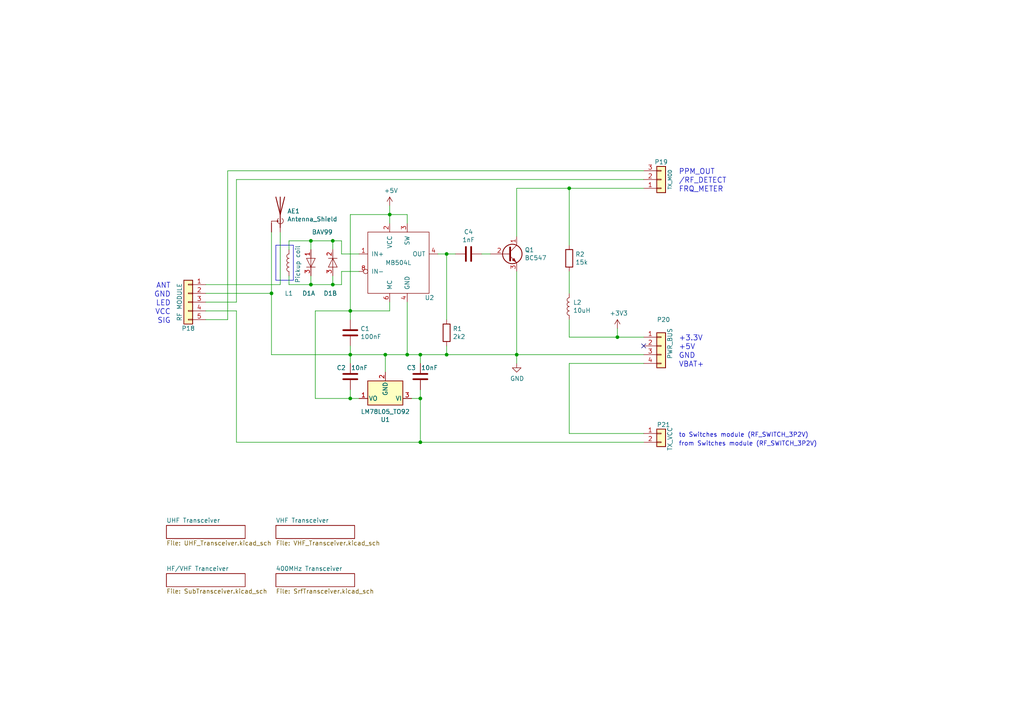
<source format=kicad_sch>
(kicad_sch (version 20230121) (generator eeschema)
  (paper "A4")
  (title_block (title "TX connector and frequency probe") (date "2020-04-15"))
  (lib_symbols
    (symbol "MB504L:MB504L" (pin_names (offset 1.016))
      (property "Reference" "U" (at 10.16 -10.16 0))
      (property "Value" "MB504L" (at 0 0 0))
      (symbol "MB504L_0_1"
        (rectangle (start -8.89 8.89) (end 8.89 -8.89))
      )
      (symbol "MB504L_1_1"
        (pin input line (at -11.43 2.54 0) (length 2.54) (name "IN+") (number "1"))
        (pin power_in line (at -2.54 11.43 270) (length 2.54) (name "VCC") (number "2"))
        (pin input line (at 2.54 11.43 270) (length 2.54) (name "SW") (number "3"))
        (pin power_in line (at 2.54 -11.43 90) (length 2.54) (name "GND") (number "4"))
        (pin output line (at 11.43 2.54 180) (length 2.54) (name "OUT") (number "4"))
        (pin input line (at -2.54 -11.43 90) (length 2.54) (name "MC") (number "6"))
        (pin no_connect line (at 11.43 -2.54 180) (length 2.54) hide (name "NC") (number "7"))
        (pin input inverted (at -11.43 -2.54 0) (length 2.54) (name "IN-") (number "8"))
      )
    )
    (symbol "RCTX-rescue:+3.3V-power" (power) (pin_names (offset 0))
      (property "Value" "+3.3V-power" (at 0 3.556 0))
      (symbol "+3.3V-power_0_1"
        (polyline (pts (xy -0.762 1.27) (xy 0 2.54)))
        (polyline (pts (xy 0 0) (xy 0 2.54)))
        (polyline (pts (xy 0 2.54) (xy 0.762 1.27)))
      )
      (symbol "+3.3V-power_1_1"
        (pin power_in line (at 0 0 90) (length 0) hide (name "+3V3") (number "1"))
      )
    )
    (symbol "RCTX-rescue:+5V-power" (power) (pin_names (offset 0))
      (property "Value" "+5V-power" (at 0 3.556 0))
      (symbol "+5V-power_0_1"
        (polyline (pts (xy -0.762 1.27) (xy 0 2.54)))
        (polyline (pts (xy 0 0) (xy 0 2.54)))
        (polyline (pts (xy 0 2.54) (xy 0.762 1.27)))
      )
      (symbol "+5V-power_1_1"
        (pin power_in line (at 0 0 90) (length 0) hide (name "+5V") (number "1"))
      )
    )
    (symbol "RCTX-rescue:Antenna_Shield-device" (pin_numbers hide) (pin_names (offset 1.016) hide)
      (property "Reference" "AE" (at -1.905 4.445 0))
      (property "Value" "Antenna_Shield-device" (at -1.905 2.54 0))
      (symbol "Antenna_Shield-device_0_1"
        (arc (start -0.508 -1.143) (mid -0.8429 -2.1194) (end 0 -2.667))
        (arc (start 0 -2.667) (mid 0.7989 -2.1052) (end 0.508 -1.143))
        (polyline (pts (xy 0 -2.54) (xy 0 0)))
        (polyline (pts (xy 0 5.08) (xy 0 -3.81)) (stroke (width 0.254)))
        (polyline (pts (xy 0.762 -1.905) (xy 2.54 -1.905)))
        (polyline (pts (xy 2.54 -2.54) (xy 2.54 -1.905)))
        (polyline (pts (xy 1.27 5.08) (xy 0 0) (xy -1.27 5.08)) (stroke (width 0.254)))
        (circle (center 0.762 -1.905) (radius 0.1778) (fill (type outline)))
      )
      (symbol "Antenna_Shield-device_1_1"
        (pin input line (at 0 -5.08 90) (length 2.54) (name "A") (number "1"))
        (pin input line (at 2.54 -5.08 90) (length 2.54) (name "Shield") (number "2"))
      )
    )
    (symbol "RCTX-rescue:BAV99-diode" (pin_names (offset 1.016) hide)
      (property "Reference" "D" (at 0 2.54 0))
      (property "Value" "BAV99-diode" (at 0 -2.54 0))
      (symbol "BAV99-diode_0_1"
        (polyline (pts (xy -1.27 1.27) (xy -1.27 -1.27)) (stroke (width 0.1524)))
        (polyline (pts (xy 1.27 0) (xy -1.27 0)))
        (polyline (pts (xy 1.27 1.27) (xy 1.27 -1.27)))
        (polyline (pts (xy 1.27 1.27) (xy -1.27 0) (xy 1.27 -1.27)))
      )
      (symbol "BAV99-diode_1_1"
        (pin passive line (at 3.81 0 180) (length 2.54) (name "A") (number "1"))
        (pin passive line (at -3.81 0 0) (length 2.54) (name "K") (number "3"))
      )
      (symbol "BAV99-diode_2_1"
        (pin passive line (at -3.81 0 0) (length 2.54) (name "K") (number "2"))
        (pin passive line (at 3.81 0 180) (length 2.54) (name "A") (number "3"))
      )
    )
    (symbol "RCTX-rescue:BC547-transistors" (pin_names (offset 0) hide)
      (property "Reference" "Q" (at 5.08 1.905 0))
      (property "Value" "BC547-transistors" (at 5.08 0 0))
      (symbol "BC547-transistors_0_1"
        (polyline (pts (xy 0 0) (xy 0.635 0)))
        (polyline (pts (xy 0.635 0.635) (xy 2.54 2.54)))
        (polyline (pts (xy 0.635 -0.635) (xy 2.54 -2.54) (xy 2.54 -2.54)))
        (polyline (pts (xy 0.635 1.905) (xy 0.635 -1.905) (xy 0.635 -1.905)) (stroke (width 0.508)))
        (polyline (pts (xy 1.27 -1.778) (xy 1.778 -1.27) (xy 2.286 -2.286) (xy 1.27 -1.778) (xy 1.27 -1.778)) (fill (type outline)))
        (circle (center 1.27 0) (radius 2.8194) (stroke (width 0.254)))
      )
      (symbol "BC547-transistors_1_1"
        (pin passive line (at 2.54 5.08 270) (length 2.54) (name "C") (number "1"))
        (pin input line (at -5.08 0 0) (length 5.08) (name "B") (number "2"))
        (pin passive line (at 2.54 -5.08 90) (length 2.54) (name "E") (number "3"))
      )
    )
    (symbol "RCTX-rescue:C-device" (pin_numbers hide) (pin_names (offset 0.254))
      (property "Reference" "C" (at 0.635 2.54 0))
      (property "Value" "device_C" (at 0.635 -2.54 0))
      (symbol "C-device_0_1"
        (polyline (pts (xy -2.032 -0.762) (xy 2.032 -0.762)) (stroke (width 0.508)))
        (polyline (pts (xy -2.032 0.762) (xy 2.032 0.762)) (stroke (width 0.508)))
      )
      (symbol "C-device_1_1"
        (pin passive line (at 0 3.81 270) (length 2.794) (name "~") (number "1"))
        (pin passive line (at 0 -3.81 90) (length 2.794) (name "~") (number "2"))
      )
    )
    (symbol "RCTX-rescue:Conn_01x02-conn" (pin_names (offset 1.016) hide)
      (property "Reference" "J" (at 0 2.54 0))
      (property "Value" "Conn_01x02-conn" (at 0 -5.08 0))
      (symbol "Conn_01x02-conn_1_1"
        (rectangle (start -1.27 -2.413) (end 0 -2.667) (stroke (width 0.1524)))
        (rectangle (start -1.27 0.127) (end 0 -0.127) (stroke (width 0.1524)))
        (rectangle (start -1.27 1.27) (end 1.27 -3.81) (stroke (width 0.254)) (fill (type background)))
        (pin passive line (at -5.08 0 0) (length 3.81) (name "Pin_1") (number "1"))
        (pin passive line (at -5.08 -2.54 0) (length 3.81) (name "Pin_2") (number "2"))
      )
    )
    (symbol "RCTX-rescue:Conn_01x03-conn" (pin_names (offset 1.016) hide)
      (property "Reference" "J" (at 0 5.08 0))
      (property "Value" "Conn_01x03-conn" (at 0 -5.08 0))
      (symbol "Conn_01x03-conn_1_1"
        (rectangle (start -1.27 -2.413) (end 0 -2.667) (stroke (width 0.1524)))
        (rectangle (start -1.27 0.127) (end 0 -0.127) (stroke (width 0.1524)))
        (rectangle (start -1.27 2.667) (end 0 2.413) (stroke (width 0.1524)))
        (rectangle (start -1.27 3.81) (end 1.27 -3.81) (stroke (width 0.254)) (fill (type background)))
        (pin passive line (at -5.08 2.54 0) (length 3.81) (name "Pin_1") (number "1"))
        (pin passive line (at -5.08 0 0) (length 3.81) (name "Pin_2") (number "2"))
        (pin passive line (at -5.08 -2.54 0) (length 3.81) (name "Pin_3") (number "3"))
      )
    )
    (symbol "RCTX-rescue:Conn_01x04-conn" (pin_names (offset 1.016) hide)
      (property "Reference" "J" (at 0 5.08 0))
      (property "Value" "Conn_01x04-conn" (at 0 -7.62 0))
      (symbol "Conn_01x04-conn_1_1"
        (rectangle (start -1.27 -4.953) (end 0 -5.207) (stroke (width 0.1524)))
        (rectangle (start -1.27 -2.413) (end 0 -2.667) (stroke (width 0.1524)))
        (rectangle (start -1.27 0.127) (end 0 -0.127) (stroke (width 0.1524)))
        (rectangle (start -1.27 2.667) (end 0 2.413) (stroke (width 0.1524)))
        (rectangle (start -1.27 3.81) (end 1.27 -6.35) (stroke (width 0.254)) (fill (type background)))
        (pin passive line (at -5.08 2.54 0) (length 3.81) (name "Pin_1") (number "1"))
        (pin passive line (at -5.08 0 0) (length 3.81) (name "Pin_2") (number "2"))
        (pin passive line (at -5.08 -2.54 0) (length 3.81) (name "Pin_3") (number "3"))
        (pin passive line (at -5.08 -5.08 0) (length 3.81) (name "Pin_4") (number "4"))
      )
    )
    (symbol "RCTX-rescue:Conn_01x05-conn" (pin_names (offset 1.016) hide)
      (property "Reference" "J" (at 0 7.62 0))
      (property "Value" "Conn_01x05-conn" (at 0 -7.62 0))
      (symbol "Conn_01x05-conn_1_1"
        (rectangle (start -1.27 -4.953) (end 0 -5.207) (stroke (width 0.1524)))
        (rectangle (start -1.27 -2.413) (end 0 -2.667) (stroke (width 0.1524)))
        (rectangle (start -1.27 0.127) (end 0 -0.127) (stroke (width 0.1524)))
        (rectangle (start -1.27 2.667) (end 0 2.413) (stroke (width 0.1524)))
        (rectangle (start -1.27 5.207) (end 0 4.953) (stroke (width 0.1524)))
        (rectangle (start -1.27 6.35) (end 1.27 -6.35) (stroke (width 0.254)) (fill (type background)))
        (pin passive line (at -5.08 5.08 0) (length 3.81) (name "Pin_1") (number "1"))
        (pin passive line (at -5.08 2.54 0) (length 3.81) (name "Pin_2") (number "2"))
        (pin passive line (at -5.08 0 0) (length 3.81) (name "Pin_3") (number "3"))
        (pin passive line (at -5.08 -2.54 0) (length 3.81) (name "Pin_4") (number "4"))
        (pin passive line (at -5.08 -5.08 0) (length 3.81) (name "Pin_5") (number "5"))
      )
    )
    (symbol "RCTX-rescue:GND-power" (power) (pin_names (offset 0))
      (property "Value" "GND-power" (at 0 -3.81 0))
      (symbol "GND-power_0_1"
        (polyline (pts (xy 0 0) (xy 0 -1.27) (xy 1.27 -1.27) (xy 0 -2.54) (xy -1.27 -1.27) (xy 0 -1.27)))
      )
      (symbol "GND-power_1_1"
        (pin power_in line (at 0 0 270) (length 0) hide (name "GND") (number "1"))
      )
    )
    (symbol "RCTX-rescue:L-device" (pin_numbers hide) (pin_names (offset 1.016) hide)
      (property "Reference" "L" (at -1.27 0 90))
      (property "Value" "device_L" (at 1.905 0 90))
      (symbol "L-device_0_1"
        (arc (start 0 -2.54) (mid 0.6323 -1.905) (end 0 -1.27))
        (arc (start 0 -1.27) (mid 0.6323 -0.635) (end 0 0))
        (arc (start 0 0) (mid 0.6323 0.635) (end 0 1.27))
        (arc (start 0 1.27) (mid 0.6323 1.905) (end 0 2.54))
      )
      (symbol "L-device_1_1"
        (pin passive line (at 0 3.81 270) (length 1.27) (name "1") (number "1"))
        (pin passive line (at 0 -3.81 90) (length 1.27) (name "2") (number "2"))
      )
    )
    (symbol "RCTX-rescue:LM78L05_TO92-regul" (pin_names (offset 0.254))
      (property "Reference" "U" (at -3.81 3.175 0))
      (property "Value" "LM78L05_TO92-regul" (at 0 3.175 0))
      (symbol "LM78L05_TO92-regul_0_1"
        (rectangle (start -5.08 -5.08) (end 5.08 1.905) (stroke (width 0.254)) (fill (type background)))
      )
      (symbol "LM78L05_TO92-regul_1_1"
        (pin power_out line (at 7.62 0 180) (length 2.54) (name "VO") (number "1"))
        (pin power_in line (at 0 -7.62 90) (length 2.54) (name "GND") (number "2"))
        (pin power_in line (at -7.62 0 0) (length 2.54) (name "VI") (number "3"))
      )
    )
    (symbol "RCTX-rescue:R-device" (pin_numbers hide) (pin_names (offset 0))
      (property "Reference" "R" (at 2.032 0 90))
      (property "Value" "device_R" (at 0 0 90))
      (symbol "R-device_0_1"
        (rectangle (start -1.016 -2.54) (end 1.016 2.54) (stroke (width 0.254)))
      )
      (symbol "R-device_1_1"
        (pin passive line (at 0 3.81 270) (length 1.27) (name "~") (number "1"))
        (pin passive line (at 0 -3.81 90) (length 1.27) (name "~") (number "2"))
      )
    )
  )
  (junction (at 113.03 62.23))
  (junction (at 129.54 73.66))
  (junction (at 90.17 82.55))
  (junction (at 96.52 82.55))
  (junction (at 101.6 102.87))
  (junction (at 129.54 102.87))
  (junction (at 121.92 102.87))
  (junction (at 101.6 90.17))
  (junction (at 90.17 69.85))
  (junction (at 179.07 97.79))
  (junction (at 149.86 102.87))
  (junction (at 111.76 102.87))
  (junction (at 101.6 115.57))
  (junction (at 118.11 102.87))
  (junction (at 78.74 85.09))
  (junction (at 165.1 54.61))
  (junction (at 96.52 69.85))
  (junction (at 121.92 128.27))
  (junction (at 121.92 115.57))
  (no_connect (at 186.69 100.33))
  (polyline (pts (xy 85.09 71.12) (xy 85.09 81.28)))
  (wire (pts (xy 90.17 69.85) (xy 90.17 72.39)))
  (wire (pts (xy 66.04 49.53) (xy 186.69 49.53)))
  (wire (pts (xy 186.69 97.79) (xy 179.07 97.79)))
  (wire (pts (xy 83.82 69.85) (xy 90.17 69.85)))
  (wire (pts (xy 68.58 128.27) (xy 121.92 128.27)))
  (wire (pts (xy 129.54 73.66) (xy 129.54 92.71)))
  (wire (pts (xy 104.14 73.66) (xy 99.06 73.66)))
  (wire (pts (xy 59.69 90.17) (xy 68.58 90.17)))
  (wire (pts (xy 59.69 92.71) (xy 66.04 92.71)))
  (wire (pts (xy 113.03 64.77) (xy 113.03 62.23)))
  (wire (pts (xy 179.07 97.79) (xy 165.1 97.79)))
  (wire (pts (xy 101.6 90.17) (xy 113.03 90.17)))
  (wire (pts (xy 113.03 62.23) (xy 101.6 62.23)))
  (wire (pts (xy 96.52 82.55) (xy 96.52 80.01)))
  (wire (pts (xy 101.6 115.57) (xy 101.6 113.03)))
  (wire (pts (xy 121.92 102.87) (xy 118.11 102.87)))
  (wire (pts (xy 149.86 54.61) (xy 165.1 54.61)))
  (wire (pts (xy 127 73.66) (xy 129.54 73.66)))
  (wire (pts (xy 104.14 115.57) (xy 101.6 115.57)))
  (wire (pts (xy 111.76 107.95) (xy 111.76 102.87)))
  (wire (pts (xy 104.14 78.74) (xy 99.06 78.74)))
  (wire (pts (xy 90.17 82.55) (xy 90.17 80.01)))
  (wire (pts (xy 165.1 54.61) (xy 186.69 54.61)))
  (wire (pts (xy 165.1 97.79) (xy 165.1 92.71)))
  (wire (pts (xy 101.6 62.23) (xy 101.6 90.17)))
  (wire (pts (xy 99.06 73.66) (xy 99.06 69.85)))
  (wire (pts (xy 81.28 82.55) (xy 81.28 67.31)))
  (wire (pts (xy 59.69 87.63) (xy 68.58 87.63)))
  (wire (pts (xy 99.06 78.74) (xy 99.06 82.55)))
  (wire (pts (xy 165.1 105.41) (xy 186.69 105.41)))
  (wire (pts (xy 118.11 87.63) (xy 118.11 102.87)))
  (wire (pts (xy 83.82 82.55) (xy 90.17 82.55)))
  (wire (pts (xy 129.54 73.66) (xy 132.08 73.66)))
  (wire (pts (xy 179.07 95.25) (xy 179.07 97.79)))
  (wire (pts (xy 121.92 128.27) (xy 186.69 128.27)))
  (wire (pts (xy 119.38 115.57) (xy 121.92 115.57)))
  (polyline (pts (xy 80.01 71.12) (xy 85.09 71.12)))
  (wire (pts (xy 113.03 90.17) (xy 113.03 87.63)))
  (wire (pts (xy 149.86 78.74) (xy 149.86 102.87)))
  (wire (pts (xy 165.1 71.12) (xy 165.1 54.61)))
  (wire (pts (xy 111.76 102.87) (xy 101.6 102.87)))
  (wire (pts (xy 129.54 102.87) (xy 121.92 102.87)))
  (wire (pts (xy 59.69 82.55) (xy 81.28 82.55)))
  (wire (pts (xy 149.86 105.41) (xy 149.86 102.87)))
  (wire (pts (xy 165.1 105.41) (xy 165.1 125.73)))
  (wire (pts (xy 101.6 115.57) (xy 91.44 115.57)))
  (wire (pts (xy 99.06 69.85) (xy 96.52 69.85)))
  (wire (pts (xy 118.11 102.87) (xy 111.76 102.87)))
  (wire (pts (xy 121.92 115.57) (xy 121.92 113.03)))
  (wire (pts (xy 118.11 64.77) (xy 118.11 62.23)))
  (wire (pts (xy 101.6 105.41) (xy 101.6 102.87)))
  (wire (pts (xy 68.58 52.07) (xy 186.69 52.07)))
  (wire (pts (xy 149.86 102.87) (xy 129.54 102.87)))
  (wire (pts (xy 149.86 102.87) (xy 186.69 102.87)))
  (wire (pts (xy 91.44 90.17) (xy 101.6 90.17)))
  (wire (pts (xy 96.52 69.85) (xy 96.52 72.39)))
  (wire (pts (xy 68.58 87.63) (xy 68.58 52.07)))
  (wire (pts (xy 101.6 90.17) (xy 101.6 92.71)))
  (wire (pts (xy 113.03 59.69) (xy 113.03 62.23)))
  (wire (pts (xy 78.74 85.09) (xy 78.74 102.87)))
  (wire (pts (xy 66.04 92.71) (xy 66.04 49.53)))
  (wire (pts (xy 99.06 82.55) (xy 96.52 82.55)))
  (wire (pts (xy 96.52 82.55) (xy 90.17 82.55)))
  (wire (pts (xy 121.92 115.57) (xy 121.92 128.27)))
  (wire (pts (xy 149.86 54.61) (xy 149.86 68.58)))
  (wire (pts (xy 59.69 85.09) (xy 78.74 85.09)))
  (wire (pts (xy 165.1 85.09) (xy 165.1 78.74)))
  (wire (pts (xy 68.58 90.17) (xy 68.58 128.27)))
  (polyline (pts (xy 85.09 81.28) (xy 80.01 81.28)))
  (wire (pts (xy 121.92 105.41) (xy 121.92 102.87)))
  (wire (pts (xy 101.6 102.87) (xy 101.6 100.33)))
  (wire (pts (xy 78.74 85.09) (xy 78.74 67.31)))
  (wire (pts (xy 96.52 69.85) (xy 90.17 69.85)))
  (wire (pts (xy 83.82 82.55) (xy 83.82 80.01)))
  (wire (pts (xy 113.03 62.23) (xy 118.11 62.23)))
  (wire (pts (xy 91.44 115.57) (xy 91.44 90.17)))
  (wire (pts (xy 78.74 102.87) (xy 101.6 102.87)))
  (wire (pts (xy 186.69 125.73) (xy 165.1 125.73)))
  (wire (pts (xy 129.54 102.87) (xy 129.54 100.33)))
  (polyline (pts (xy 80.01 81.28) (xy 80.01 71.12)))
  (wire (pts (xy 83.82 69.85) (xy 83.82 72.39)))
  (wire (pts (xy 139.7 73.66) (xy 142.24 73.66)))
  (text "+3.3V" (at 196.85 99.06 0) (effects (font (size 1.524 1.524)) (justify left bottom)))
  (text "GND" (at 196.85 104.14 0) (effects (font (size 1.524 1.524)) (justify left bottom)))
  (text "from Switches module (RF_SWITCH_3P2V)" (at 196.85 129.54 0) (effects (font (size 1.27 1.27)) (justify left bottom)))
  (text "ANT" (at 49.53 83.82 0) (effects (font (size 1.524 1.524)) (justify right bottom)))
  (text "PPM_OUT" (at 196.85 50.8 0) (effects (font (size 1.524 1.524)) (justify left bottom)))
  (text "VCC" (at 49.53 91.44 0) (effects (font (size 1.524 1.524)) (justify right bottom)))
  (text "to Switches module (RF_SWITCH_3P2V)" (at 196.85 127 0) (effects (font (size 1.27 1.27)) (justify left bottom)))
  (text "SIG" (at 49.53 93.98 0) (effects (font (size 1.524 1.524)) (justify right bottom)))
  (text "/RF_DETECT" (at 196.85 53.34 0) (effects (font (size 1.524 1.524)) (justify left bottom)))
  (text "FRQ_METER" (at 196.85 55.88 0) (effects (font (size 1.524 1.524)) (justify left bottom)))
  (text "LED" (at 49.53 88.9 0) (effects (font (size 1.524 1.524)) (justify right bottom)))
  (text "+5V" (at 196.85 101.6 0) (effects (font (size 1.524 1.524)) (justify left bottom)))
  (text "GND" (at 49.53 86.36 0) (effects (font (size 1.524 1.524)) (justify right bottom)))
  (text "VBAT+" (at 196.85 106.68 0) (effects (font (size 1.524 1.524)) (justify left bottom)))
  (symbol (lib_id "RCTX-rescue:Conn_01x05-conn") (at 54.61 87.63 0) (mirror y) (unit 1)
    (property "Reference" "P18" (at 54.61 95.25 0))
    (property "Value" "RF MODULE" (at 52.07 87.63 90))
    (property "Footprint" "Connectors_Samtec:SL-105-X-XX_1x05" (effects hide))
  )
  (symbol (lib_id "RCTX-rescue:Conn_01x03-conn") (at 191.77 52.07 0) (mirror x) (unit 1)
    (property "Reference" "P19" (at 191.77 46.99 0))
    (property "Value" "TX_MOD" (at 194.31 52.07 90) (effects (font (size 1.016 1.016))))
    (property "Footprint" "Connectors_Samtec:SL-103-X-XX_1x03" (effects hide))
  )
  (symbol (lib_id "MB504L:MB504L") (at 115.57 76.2 0) (unit 1)
    (property "Reference" "U2" (at 123.19 86.36 0) (effects (justify left)))
    (property "Value" "MB504L" (at 111.76 76.2 0) (effects (justify left)))
    (property "Footprint" "Housings_DIP:DIP-8_W7.62mm" (effects hide))
  )
  (symbol (lib_id "RCTX-rescue:BAV99-diode") (at 96.52 76.2 90) (mirror x) (unit 2)
    (property "Reference" "D1" (at 97.79 85.09 90) (effects (justify left)))
    (property "Value" "BAV99" (effects hide))
    (property "Footprint" "TO_SOT_Packages_SMD:SOT-23" (effects hide))
    (property "Datasheet" "www.nxp.com/documents/data_sheet/BAV99_SER.pdf" (effects hide))
  )
  (symbol (lib_id "RCTX-rescue:BAV99-diode") (at 90.17 76.2 90) (unit 1)
    (property "Reference" "D1" (at 91.44 85.09 90) (effects (justify left)))
    (property "Value" "BAV99" (at 96.52 67.31 90) (effects (justify left)))
    (property "Footprint" "TO_SOT_Packages_SMD:SOT-23" (effects hide))
    (property "Datasheet" "www.nxp.com/documents/data_sheet/BAV99_SER.pdf" (effects hide))
  )
  (symbol (lib_id "RCTX-rescue:L-device") (at 83.82 76.2 0) (mirror y) (unit 1)
    (property "Reference" "L1" (at 82.55 85.09 0) (effects (justify right)))
    (property "Value" "Pickup coil" (at 86.36 71.12 90) (effects (justify right)))
    (property "Footprint" "Inductors_THT:L_Axial_L5.3mm_D2.2mm_P2.54mm_Vertical_Vishay_IM-1" (effects hide))
  )
  (symbol (lib_id "RCTX-rescue:C-device") (at 101.6 96.52 180) (unit 1)
    (property "Reference" "C1" (at 104.521 95.3516 0) (effects (justify right)))
    (property "Value" "100nF" (at 104.521 97.663 0) (effects (justify right)))
    (property "Footprint" "Capacitors_THT:C_Disc_D3.0mm_W1.6mm_P2.50mm" (effects hide))
  )
  (symbol (lib_id "RCTX-rescue:R-device") (at 129.54 96.52 0) (unit 1)
    (property "Reference" "R1" (at 131.318 95.3516 0) (effects (justify left)))
    (property "Value" "2k2" (at 131.318 97.663 0) (effects (justify left)))
    (property "Footprint" "Resistors_THT:R_Axial_DIN0204_L3.6mm_D1.6mm_P1.90mm_Vertical" (effects hide))
  )
  (symbol (lib_id "RCTX-rescue:C-device") (at 135.89 73.66 270) (unit 1)
    (property "Reference" "C4" (at 135.89 67.2592 90))
    (property "Value" "1nF" (at 135.89 69.5706 90))
    (property "Footprint" "Capacitors_THT:C_Disc_D3.0mm_W1.6mm_P2.50mm" (effects hide))
  )
  (symbol (lib_id "RCTX-rescue:BC547-transistors") (at 147.32 73.66 0) (unit 1)
    (property "Reference" "Q1" (at 152.1714 72.4916 0) (effects (justify left)))
    (property "Value" "BC547" (at 152.1714 74.803 0) (effects (justify left)))
    (property "Footprint" "TO_SOT_Packages_THT:TO-92_Molded_Narrow" (effects hide))
    (property "Datasheet" "http://www.fairchildsemi.com/ds/BC/BC547.pdf" (effects hide))
  )
  (symbol (lib_id "RCTX-rescue:R-device") (at 165.1 74.93 180) (unit 1)
    (property "Reference" "R2" (at 166.878 73.7616 0) (effects (justify right)))
    (property "Value" "15k" (at 166.878 76.073 0) (effects (justify right)))
    (property "Footprint" "Resistors_THT:R_Axial_DIN0204_L3.6mm_D1.6mm_P1.90mm_Vertical" (effects hide))
  )
  (symbol (lib_id "RCTX-rescue:L-device") (at 165.1 88.9 180) (unit 1)
    (property "Reference" "L2" (at 166.2176 87.7316 0) (effects (justify right)))
    (property "Value" "10uH" (at 166.2176 90.043 0) (effects (justify right)))
    (property "Footprint" "Inductors_THT:L_Axial_L5.3mm_D2.2mm_P2.54mm_Vertical_Vishay_IM-1" (effects hide))
  )
  (symbol (lib_id "RCTX-rescue:LM78L05_TO92-regul") (at 111.76 115.57 180) (unit 1)
    (property "Reference" "U1" (at 111.76 121.7168 0))
    (property "Value" "LM78L05_TO92" (at 111.76 119.4054 0))
    (property "Footprint" "TO_SOT_Packages_THT:TO-92_Inline_Narrow_Oval" (effects hide))
    (property "Datasheet" "http://www.fairchildsemi.com/ds/LM/LM78L05A.pdf" (effects hide))
  )
  (symbol (lib_id "RCTX-rescue:C-device") (at 121.92 109.22 0) (mirror x) (unit 1)
    (property "Reference" "C3" (at 120.65 106.68 0) (effects (justify right)))
    (property "Value" "10nF" (at 127 106.68 0) (effects (justify right)))
    (property "Footprint" "Capacitors_THT:C_Disc_D3.0mm_W1.6mm_P2.50mm" (effects hide))
  )
  (symbol (lib_id "RCTX-rescue:C-device") (at 101.6 109.22 0) (mirror x) (unit 1)
    (property "Reference" "C2" (at 100.33 106.68 0) (effects (justify right)))
    (property "Value" "10nF" (at 106.68 106.68 0) (effects (justify right)))
    (property "Footprint" "Capacitors_THT:C_Disc_D3.0mm_W1.6mm_P2.50mm" (effects hide))
  )
  (symbol (lib_id "RCTX-rescue:Antenna_Shield-device") (at 81.28 62.23 0) (mirror y) (unit 1)
    (property "Reference" "AE1" (at 83.312 61.2394 0) (effects (justify right)))
    (property "Value" "Antenna_Shield" (at 83.312 63.5508 0) (effects (justify right)))
    (property "Footprint" "Connectors_Samtec:SL-102-X-XX_1x02" (effects hide))
  )
  (symbol (lib_id "RCTX-rescue:Conn_01x04-conn") (at 191.77 100.33 0) (unit 1)
    (property "Reference" "P20" (at 190.5 92.71 0) (effects (justify left)))
    (property "Value" "PWR_BUS" (at 194.31 104.14 90) (effects (justify left)))
    (property "Footprint" "Connectors_Samtec:SL-104-X-XX_1x04" (effects hide))
  )
  (symbol (lib_id "RCTX-rescue:Conn_01x02-conn") (at 191.77 125.73 0) (unit 1)
    (property "Reference" "P21" (at 190.5 123.19 0) (effects (justify left)))
    (property "Value" "TX_VCC" (at 194.31 130.81 90) (effects (justify left)))
    (property "Footprint" "Connectors_Samtec:SL-102-X-XX_1x02" (effects hide))
    (instances (project "RCTX" (path "" (reference "P21") (unit 1)) (path "" (reference "P?") (unit 1))))
  )
  (symbol (lib_id "RCTX-rescue:+3.3V-power") (at 179.07 95.25 0) (unit 1)
    (property "Reference" "#PWR07" (effects hide))
    (property "Value" "+3.3V" (at 179.451 90.8558 0))
  )
  (symbol (lib_id "RCTX-rescue:GND-power") (at 149.86 105.41 0) (unit 1)
    (property "Reference" "#PWR06" (effects hide))
    (property "Value" "GND" (at 149.987 109.8042 0))
  )
  (symbol (lib_id "RCTX-rescue:+5V-power") (at 113.03 59.69 0) (unit 1)
    (property "Reference" "#PWR05" (effects hide))
    (property "Value" "+5V" (at 113.411 55.2958 0))
  )
  (sheet (at 48.26 152.4) (size 22.86 3.81)
    (property "Sheetname" "UHF Transceiver" (at 48.26 151.6884 0) (effects (justify left bottom)))
    (property "Sheetfile" "UHF_Transceiver.kicad_sch" (at 48.26 156.7946 0) (effects (justify left top)))
  )
  (sheet (at 80.01 152.4) (size 22.86 3.81)
    (property "Sheetname" "VHF Transceiver" (at 80.01 151.6884 0) (effects (justify left bottom)))
    (property "Sheetfile" "VHF_Transceiver.kicad_sch" (at 80.01 156.7946 0) (effects (justify left top)))
  )
  (sheet (at 48.26 166.37) (size 22.86 3.81)
    (property "Sheetname" "HF/VHF Tranceiver" (at 48.26 165.6584 0) (effects (justify left bottom)))
    (property "Sheetfile" "SubTransceiver.kicad_sch" (at 48.26 170.7646 0) (effects (justify left top)))
  )
  (sheet (at 80.01 166.37) (size 22.86 3.81)
    (property "Sheetname" "400MHz Transceiver" (at 80.01 165.6584 0) (effects (justify left bottom)))
    (property "Sheetfile" "SrfTransceiver.kicad_sch" (at 80.01 170.7646 0) (effects (justify left top)))
  )
)
</source>
